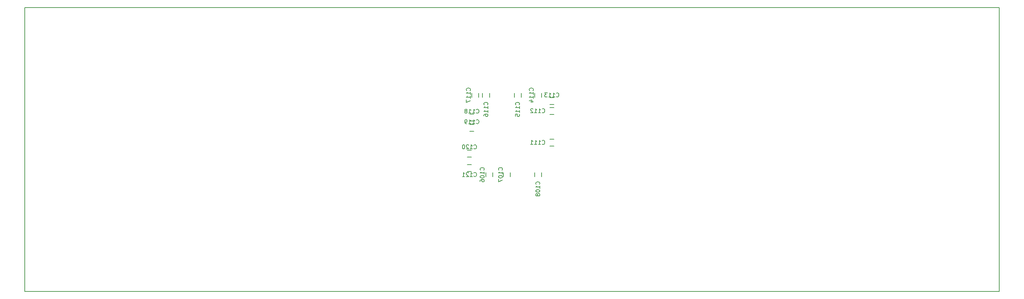
<source format=gbr>
G04 #@! TF.GenerationSoftware,KiCad,Pcbnew,(5.0.0-3-g5ebb6b6)*
G04 #@! TF.CreationDate,2018-09-19T17:15:43+02:00*
G04 #@! TF.ProjectId,infinitas,696E66696E697461732E6B696361645F,rev?*
G04 #@! TF.SameCoordinates,Original*
G04 #@! TF.FileFunction,Legend,Bot*
G04 #@! TF.FilePolarity,Positive*
%FSLAX46Y46*%
G04 Gerber Fmt 4.6, Leading zero omitted, Abs format (unit mm)*
G04 Created by KiCad (PCBNEW (5.0.0-3-g5ebb6b6)) date Wednesday, 19. September 2018 um 17:15:43*
%MOMM*%
%LPD*%
G01*
G04 APERTURE LIST*
%ADD10C,0.150000*%
G04 APERTURE END LIST*
D10*
X30000000Y-100000000D02*
X30000000Y-30000000D01*
X270000000Y-100000000D02*
X30000000Y-100000000D01*
X270000000Y-30000000D02*
X270000000Y-100000000D01*
X30000000Y-30000000D02*
X270000000Y-30000000D01*
G04 #@! TO.C,C106*
X143550000Y-71700000D02*
X143550000Y-70700000D01*
X145250000Y-70700000D02*
X145250000Y-71700000D01*
G04 #@! TO.C,C107*
X147850000Y-71700000D02*
X147850000Y-70700000D01*
X149550000Y-70700000D02*
X149550000Y-71700000D01*
G04 #@! TO.C,C108*
X155550000Y-71700000D02*
X155550000Y-70700000D01*
X157250000Y-70700000D02*
X157250000Y-71700000D01*
G04 #@! TO.C,C111*
X160300000Y-64150000D02*
X159300000Y-64150000D01*
X159300000Y-62450000D02*
X160300000Y-62450000D01*
G04 #@! TO.C,C112*
X160300000Y-56350000D02*
X159300000Y-56350000D01*
X159300000Y-54650000D02*
X160300000Y-54650000D01*
G04 #@! TO.C,C113*
X160300000Y-53950000D02*
X159300000Y-53950000D01*
X159300000Y-52250000D02*
X160300000Y-52250000D01*
G04 #@! TO.C,C114*
X157250000Y-51100000D02*
X157250000Y-52100000D01*
X155550000Y-52100000D02*
X155550000Y-51100000D01*
G04 #@! TO.C,C115*
X152250000Y-51100000D02*
X152250000Y-52100000D01*
X150550000Y-52100000D02*
X150550000Y-51100000D01*
G04 #@! TO.C,C116*
X144450000Y-51100000D02*
X144450000Y-52100000D01*
X142750000Y-52100000D02*
X142750000Y-51100000D01*
G04 #@! TO.C,C117*
X141750000Y-51100000D02*
X141750000Y-52100000D01*
X140050000Y-52100000D02*
X140050000Y-51100000D01*
G04 #@! TO.C,C118*
X139600000Y-56250000D02*
X140600000Y-56250000D01*
X140600000Y-57950000D02*
X139600000Y-57950000D01*
G04 #@! TO.C,C119*
X139600000Y-58850000D02*
X140600000Y-58850000D01*
X140600000Y-60550000D02*
X139600000Y-60550000D01*
G04 #@! TO.C,C120*
X139000000Y-65150000D02*
X140000000Y-65150000D01*
X140000000Y-66850000D02*
X139000000Y-66850000D01*
G04 #@! TO.C,C121*
X139000000Y-68750000D02*
X140000000Y-68750000D01*
X140000000Y-70450000D02*
X139000000Y-70450000D01*
G04 #@! TD*
G04 #@! TO.C,C106*
X143057142Y-70080952D02*
X143104761Y-70033333D01*
X143152380Y-69890476D01*
X143152380Y-69795238D01*
X143104761Y-69652380D01*
X143009523Y-69557142D01*
X142914285Y-69509523D01*
X142723809Y-69461904D01*
X142580952Y-69461904D01*
X142390476Y-69509523D01*
X142295238Y-69557142D01*
X142200000Y-69652380D01*
X142152380Y-69795238D01*
X142152380Y-69890476D01*
X142200000Y-70033333D01*
X142247619Y-70080952D01*
X143152380Y-71033333D02*
X143152380Y-70461904D01*
X143152380Y-70747619D02*
X142152380Y-70747619D01*
X142295238Y-70652380D01*
X142390476Y-70557142D01*
X142438095Y-70461904D01*
X142152380Y-71652380D02*
X142152380Y-71747619D01*
X142200000Y-71842857D01*
X142247619Y-71890476D01*
X142342857Y-71938095D01*
X142533333Y-71985714D01*
X142771428Y-71985714D01*
X142961904Y-71938095D01*
X143057142Y-71890476D01*
X143104761Y-71842857D01*
X143152380Y-71747619D01*
X143152380Y-71652380D01*
X143104761Y-71557142D01*
X143057142Y-71509523D01*
X142961904Y-71461904D01*
X142771428Y-71414285D01*
X142533333Y-71414285D01*
X142342857Y-71461904D01*
X142247619Y-71509523D01*
X142200000Y-71557142D01*
X142152380Y-71652380D01*
X142152380Y-72842857D02*
X142152380Y-72652380D01*
X142200000Y-72557142D01*
X142247619Y-72509523D01*
X142390476Y-72414285D01*
X142580952Y-72366666D01*
X142961904Y-72366666D01*
X143057142Y-72414285D01*
X143104761Y-72461904D01*
X143152380Y-72557142D01*
X143152380Y-72747619D01*
X143104761Y-72842857D01*
X143057142Y-72890476D01*
X142961904Y-72938095D01*
X142723809Y-72938095D01*
X142628571Y-72890476D01*
X142580952Y-72842857D01*
X142533333Y-72747619D01*
X142533333Y-72557142D01*
X142580952Y-72461904D01*
X142628571Y-72414285D01*
X142723809Y-72366666D01*
G04 #@! TO.C,C107*
X147557142Y-70080952D02*
X147604761Y-70033333D01*
X147652380Y-69890476D01*
X147652380Y-69795238D01*
X147604761Y-69652380D01*
X147509523Y-69557142D01*
X147414285Y-69509523D01*
X147223809Y-69461904D01*
X147080952Y-69461904D01*
X146890476Y-69509523D01*
X146795238Y-69557142D01*
X146700000Y-69652380D01*
X146652380Y-69795238D01*
X146652380Y-69890476D01*
X146700000Y-70033333D01*
X146747619Y-70080952D01*
X147652380Y-71033333D02*
X147652380Y-70461904D01*
X147652380Y-70747619D02*
X146652380Y-70747619D01*
X146795238Y-70652380D01*
X146890476Y-70557142D01*
X146938095Y-70461904D01*
X146652380Y-71652380D02*
X146652380Y-71747619D01*
X146700000Y-71842857D01*
X146747619Y-71890476D01*
X146842857Y-71938095D01*
X147033333Y-71985714D01*
X147271428Y-71985714D01*
X147461904Y-71938095D01*
X147557142Y-71890476D01*
X147604761Y-71842857D01*
X147652380Y-71747619D01*
X147652380Y-71652380D01*
X147604761Y-71557142D01*
X147557142Y-71509523D01*
X147461904Y-71461904D01*
X147271428Y-71414285D01*
X147033333Y-71414285D01*
X146842857Y-71461904D01*
X146747619Y-71509523D01*
X146700000Y-71557142D01*
X146652380Y-71652380D01*
X146652380Y-72319047D02*
X146652380Y-72985714D01*
X147652380Y-72557142D01*
G04 #@! TO.C,C108*
X156757142Y-73580952D02*
X156804761Y-73533333D01*
X156852380Y-73390476D01*
X156852380Y-73295238D01*
X156804761Y-73152380D01*
X156709523Y-73057142D01*
X156614285Y-73009523D01*
X156423809Y-72961904D01*
X156280952Y-72961904D01*
X156090476Y-73009523D01*
X155995238Y-73057142D01*
X155900000Y-73152380D01*
X155852380Y-73295238D01*
X155852380Y-73390476D01*
X155900000Y-73533333D01*
X155947619Y-73580952D01*
X156852380Y-74533333D02*
X156852380Y-73961904D01*
X156852380Y-74247619D02*
X155852380Y-74247619D01*
X155995238Y-74152380D01*
X156090476Y-74057142D01*
X156138095Y-73961904D01*
X155852380Y-75152380D02*
X155852380Y-75247619D01*
X155900000Y-75342857D01*
X155947619Y-75390476D01*
X156042857Y-75438095D01*
X156233333Y-75485714D01*
X156471428Y-75485714D01*
X156661904Y-75438095D01*
X156757142Y-75390476D01*
X156804761Y-75342857D01*
X156852380Y-75247619D01*
X156852380Y-75152380D01*
X156804761Y-75057142D01*
X156757142Y-75009523D01*
X156661904Y-74961904D01*
X156471428Y-74914285D01*
X156233333Y-74914285D01*
X156042857Y-74961904D01*
X155947619Y-75009523D01*
X155900000Y-75057142D01*
X155852380Y-75152380D01*
X156280952Y-76057142D02*
X156233333Y-75961904D01*
X156185714Y-75914285D01*
X156090476Y-75866666D01*
X156042857Y-75866666D01*
X155947619Y-75914285D01*
X155900000Y-75961904D01*
X155852380Y-76057142D01*
X155852380Y-76247619D01*
X155900000Y-76342857D01*
X155947619Y-76390476D01*
X156042857Y-76438095D01*
X156090476Y-76438095D01*
X156185714Y-76390476D01*
X156233333Y-76342857D01*
X156280952Y-76247619D01*
X156280952Y-76057142D01*
X156328571Y-75961904D01*
X156376190Y-75914285D01*
X156471428Y-75866666D01*
X156661904Y-75866666D01*
X156757142Y-75914285D01*
X156804761Y-75961904D01*
X156852380Y-76057142D01*
X156852380Y-76247619D01*
X156804761Y-76342857D01*
X156757142Y-76390476D01*
X156661904Y-76438095D01*
X156471428Y-76438095D01*
X156376190Y-76390476D01*
X156328571Y-76342857D01*
X156280952Y-76247619D01*
G04 #@! TO.C,C111*
X157419047Y-63657142D02*
X157466666Y-63704761D01*
X157609523Y-63752380D01*
X157704761Y-63752380D01*
X157847619Y-63704761D01*
X157942857Y-63609523D01*
X157990476Y-63514285D01*
X158038095Y-63323809D01*
X158038095Y-63180952D01*
X157990476Y-62990476D01*
X157942857Y-62895238D01*
X157847619Y-62800000D01*
X157704761Y-62752380D01*
X157609523Y-62752380D01*
X157466666Y-62800000D01*
X157419047Y-62847619D01*
X156466666Y-63752380D02*
X157038095Y-63752380D01*
X156752380Y-63752380D02*
X156752380Y-62752380D01*
X156847619Y-62895238D01*
X156942857Y-62990476D01*
X157038095Y-63038095D01*
X155514285Y-63752380D02*
X156085714Y-63752380D01*
X155800000Y-63752380D02*
X155800000Y-62752380D01*
X155895238Y-62895238D01*
X155990476Y-62990476D01*
X156085714Y-63038095D01*
X154561904Y-63752380D02*
X155133333Y-63752380D01*
X154847619Y-63752380D02*
X154847619Y-62752380D01*
X154942857Y-62895238D01*
X155038095Y-62990476D01*
X155133333Y-63038095D01*
G04 #@! TO.C,C112*
X157419047Y-55857142D02*
X157466666Y-55904761D01*
X157609523Y-55952380D01*
X157704761Y-55952380D01*
X157847619Y-55904761D01*
X157942857Y-55809523D01*
X157990476Y-55714285D01*
X158038095Y-55523809D01*
X158038095Y-55380952D01*
X157990476Y-55190476D01*
X157942857Y-55095238D01*
X157847619Y-55000000D01*
X157704761Y-54952380D01*
X157609523Y-54952380D01*
X157466666Y-55000000D01*
X157419047Y-55047619D01*
X156466666Y-55952380D02*
X157038095Y-55952380D01*
X156752380Y-55952380D02*
X156752380Y-54952380D01*
X156847619Y-55095238D01*
X156942857Y-55190476D01*
X157038095Y-55238095D01*
X155514285Y-55952380D02*
X156085714Y-55952380D01*
X155800000Y-55952380D02*
X155800000Y-54952380D01*
X155895238Y-55095238D01*
X155990476Y-55190476D01*
X156085714Y-55238095D01*
X155133333Y-55047619D02*
X155085714Y-55000000D01*
X154990476Y-54952380D01*
X154752380Y-54952380D01*
X154657142Y-55000000D01*
X154609523Y-55047619D01*
X154561904Y-55142857D01*
X154561904Y-55238095D01*
X154609523Y-55380952D01*
X155180952Y-55952380D01*
X154561904Y-55952380D01*
G04 #@! TO.C,C113*
X160919047Y-51957142D02*
X160966666Y-52004761D01*
X161109523Y-52052380D01*
X161204761Y-52052380D01*
X161347619Y-52004761D01*
X161442857Y-51909523D01*
X161490476Y-51814285D01*
X161538095Y-51623809D01*
X161538095Y-51480952D01*
X161490476Y-51290476D01*
X161442857Y-51195238D01*
X161347619Y-51100000D01*
X161204761Y-51052380D01*
X161109523Y-51052380D01*
X160966666Y-51100000D01*
X160919047Y-51147619D01*
X159966666Y-52052380D02*
X160538095Y-52052380D01*
X160252380Y-52052380D02*
X160252380Y-51052380D01*
X160347619Y-51195238D01*
X160442857Y-51290476D01*
X160538095Y-51338095D01*
X159014285Y-52052380D02*
X159585714Y-52052380D01*
X159300000Y-52052380D02*
X159300000Y-51052380D01*
X159395238Y-51195238D01*
X159490476Y-51290476D01*
X159585714Y-51338095D01*
X158680952Y-51052380D02*
X158061904Y-51052380D01*
X158395238Y-51433333D01*
X158252380Y-51433333D01*
X158157142Y-51480952D01*
X158109523Y-51528571D01*
X158061904Y-51623809D01*
X158061904Y-51861904D01*
X158109523Y-51957142D01*
X158157142Y-52004761D01*
X158252380Y-52052380D01*
X158538095Y-52052380D01*
X158633333Y-52004761D01*
X158680952Y-51957142D01*
G04 #@! TO.C,C114*
X155157142Y-50480952D02*
X155204761Y-50433333D01*
X155252380Y-50290476D01*
X155252380Y-50195238D01*
X155204761Y-50052380D01*
X155109523Y-49957142D01*
X155014285Y-49909523D01*
X154823809Y-49861904D01*
X154680952Y-49861904D01*
X154490476Y-49909523D01*
X154395238Y-49957142D01*
X154300000Y-50052380D01*
X154252380Y-50195238D01*
X154252380Y-50290476D01*
X154300000Y-50433333D01*
X154347619Y-50480952D01*
X155252380Y-51433333D02*
X155252380Y-50861904D01*
X155252380Y-51147619D02*
X154252380Y-51147619D01*
X154395238Y-51052380D01*
X154490476Y-50957142D01*
X154538095Y-50861904D01*
X155252380Y-52385714D02*
X155252380Y-51814285D01*
X155252380Y-52100000D02*
X154252380Y-52100000D01*
X154395238Y-52004761D01*
X154490476Y-51909523D01*
X154538095Y-51814285D01*
X154585714Y-53242857D02*
X155252380Y-53242857D01*
X154204761Y-53004761D02*
X154919047Y-52766666D01*
X154919047Y-53385714D01*
G04 #@! TO.C,C115*
X151757142Y-53980952D02*
X151804761Y-53933333D01*
X151852380Y-53790476D01*
X151852380Y-53695238D01*
X151804761Y-53552380D01*
X151709523Y-53457142D01*
X151614285Y-53409523D01*
X151423809Y-53361904D01*
X151280952Y-53361904D01*
X151090476Y-53409523D01*
X150995238Y-53457142D01*
X150900000Y-53552380D01*
X150852380Y-53695238D01*
X150852380Y-53790476D01*
X150900000Y-53933333D01*
X150947619Y-53980952D01*
X151852380Y-54933333D02*
X151852380Y-54361904D01*
X151852380Y-54647619D02*
X150852380Y-54647619D01*
X150995238Y-54552380D01*
X151090476Y-54457142D01*
X151138095Y-54361904D01*
X151852380Y-55885714D02*
X151852380Y-55314285D01*
X151852380Y-55600000D02*
X150852380Y-55600000D01*
X150995238Y-55504761D01*
X151090476Y-55409523D01*
X151138095Y-55314285D01*
X150852380Y-56790476D02*
X150852380Y-56314285D01*
X151328571Y-56266666D01*
X151280952Y-56314285D01*
X151233333Y-56409523D01*
X151233333Y-56647619D01*
X151280952Y-56742857D01*
X151328571Y-56790476D01*
X151423809Y-56838095D01*
X151661904Y-56838095D01*
X151757142Y-56790476D01*
X151804761Y-56742857D01*
X151852380Y-56647619D01*
X151852380Y-56409523D01*
X151804761Y-56314285D01*
X151757142Y-56266666D01*
G04 #@! TO.C,C116*
X143957142Y-53980952D02*
X144004761Y-53933333D01*
X144052380Y-53790476D01*
X144052380Y-53695238D01*
X144004761Y-53552380D01*
X143909523Y-53457142D01*
X143814285Y-53409523D01*
X143623809Y-53361904D01*
X143480952Y-53361904D01*
X143290476Y-53409523D01*
X143195238Y-53457142D01*
X143100000Y-53552380D01*
X143052380Y-53695238D01*
X143052380Y-53790476D01*
X143100000Y-53933333D01*
X143147619Y-53980952D01*
X144052380Y-54933333D02*
X144052380Y-54361904D01*
X144052380Y-54647619D02*
X143052380Y-54647619D01*
X143195238Y-54552380D01*
X143290476Y-54457142D01*
X143338095Y-54361904D01*
X144052380Y-55885714D02*
X144052380Y-55314285D01*
X144052380Y-55600000D02*
X143052380Y-55600000D01*
X143195238Y-55504761D01*
X143290476Y-55409523D01*
X143338095Y-55314285D01*
X143052380Y-56742857D02*
X143052380Y-56552380D01*
X143100000Y-56457142D01*
X143147619Y-56409523D01*
X143290476Y-56314285D01*
X143480952Y-56266666D01*
X143861904Y-56266666D01*
X143957142Y-56314285D01*
X144004761Y-56361904D01*
X144052380Y-56457142D01*
X144052380Y-56647619D01*
X144004761Y-56742857D01*
X143957142Y-56790476D01*
X143861904Y-56838095D01*
X143623809Y-56838095D01*
X143528571Y-56790476D01*
X143480952Y-56742857D01*
X143433333Y-56647619D01*
X143433333Y-56457142D01*
X143480952Y-56361904D01*
X143528571Y-56314285D01*
X143623809Y-56266666D01*
G04 #@! TO.C,C117*
X139657142Y-50480952D02*
X139704761Y-50433333D01*
X139752380Y-50290476D01*
X139752380Y-50195238D01*
X139704761Y-50052380D01*
X139609523Y-49957142D01*
X139514285Y-49909523D01*
X139323809Y-49861904D01*
X139180952Y-49861904D01*
X138990476Y-49909523D01*
X138895238Y-49957142D01*
X138800000Y-50052380D01*
X138752380Y-50195238D01*
X138752380Y-50290476D01*
X138800000Y-50433333D01*
X138847619Y-50480952D01*
X139752380Y-51433333D02*
X139752380Y-50861904D01*
X139752380Y-51147619D02*
X138752380Y-51147619D01*
X138895238Y-51052380D01*
X138990476Y-50957142D01*
X139038095Y-50861904D01*
X139752380Y-52385714D02*
X139752380Y-51814285D01*
X139752380Y-52100000D02*
X138752380Y-52100000D01*
X138895238Y-52004761D01*
X138990476Y-51909523D01*
X139038095Y-51814285D01*
X138752380Y-52719047D02*
X138752380Y-53385714D01*
X139752380Y-52957142D01*
G04 #@! TO.C,C118*
X141219047Y-55957142D02*
X141266666Y-56004761D01*
X141409523Y-56052380D01*
X141504761Y-56052380D01*
X141647619Y-56004761D01*
X141742857Y-55909523D01*
X141790476Y-55814285D01*
X141838095Y-55623809D01*
X141838095Y-55480952D01*
X141790476Y-55290476D01*
X141742857Y-55195238D01*
X141647619Y-55100000D01*
X141504761Y-55052380D01*
X141409523Y-55052380D01*
X141266666Y-55100000D01*
X141219047Y-55147619D01*
X140266666Y-56052380D02*
X140838095Y-56052380D01*
X140552380Y-56052380D02*
X140552380Y-55052380D01*
X140647619Y-55195238D01*
X140742857Y-55290476D01*
X140838095Y-55338095D01*
X139314285Y-56052380D02*
X139885714Y-56052380D01*
X139600000Y-56052380D02*
X139600000Y-55052380D01*
X139695238Y-55195238D01*
X139790476Y-55290476D01*
X139885714Y-55338095D01*
X138742857Y-55480952D02*
X138838095Y-55433333D01*
X138885714Y-55385714D01*
X138933333Y-55290476D01*
X138933333Y-55242857D01*
X138885714Y-55147619D01*
X138838095Y-55100000D01*
X138742857Y-55052380D01*
X138552380Y-55052380D01*
X138457142Y-55100000D01*
X138409523Y-55147619D01*
X138361904Y-55242857D01*
X138361904Y-55290476D01*
X138409523Y-55385714D01*
X138457142Y-55433333D01*
X138552380Y-55480952D01*
X138742857Y-55480952D01*
X138838095Y-55528571D01*
X138885714Y-55576190D01*
X138933333Y-55671428D01*
X138933333Y-55861904D01*
X138885714Y-55957142D01*
X138838095Y-56004761D01*
X138742857Y-56052380D01*
X138552380Y-56052380D01*
X138457142Y-56004761D01*
X138409523Y-55957142D01*
X138361904Y-55861904D01*
X138361904Y-55671428D01*
X138409523Y-55576190D01*
X138457142Y-55528571D01*
X138552380Y-55480952D01*
G04 #@! TO.C,C119*
X141219047Y-58557142D02*
X141266666Y-58604761D01*
X141409523Y-58652380D01*
X141504761Y-58652380D01*
X141647619Y-58604761D01*
X141742857Y-58509523D01*
X141790476Y-58414285D01*
X141838095Y-58223809D01*
X141838095Y-58080952D01*
X141790476Y-57890476D01*
X141742857Y-57795238D01*
X141647619Y-57700000D01*
X141504761Y-57652380D01*
X141409523Y-57652380D01*
X141266666Y-57700000D01*
X141219047Y-57747619D01*
X140266666Y-58652380D02*
X140838095Y-58652380D01*
X140552380Y-58652380D02*
X140552380Y-57652380D01*
X140647619Y-57795238D01*
X140742857Y-57890476D01*
X140838095Y-57938095D01*
X139314285Y-58652380D02*
X139885714Y-58652380D01*
X139600000Y-58652380D02*
X139600000Y-57652380D01*
X139695238Y-57795238D01*
X139790476Y-57890476D01*
X139885714Y-57938095D01*
X138838095Y-58652380D02*
X138647619Y-58652380D01*
X138552380Y-58604761D01*
X138504761Y-58557142D01*
X138409523Y-58414285D01*
X138361904Y-58223809D01*
X138361904Y-57842857D01*
X138409523Y-57747619D01*
X138457142Y-57700000D01*
X138552380Y-57652380D01*
X138742857Y-57652380D01*
X138838095Y-57700000D01*
X138885714Y-57747619D01*
X138933333Y-57842857D01*
X138933333Y-58080952D01*
X138885714Y-58176190D01*
X138838095Y-58223809D01*
X138742857Y-58271428D01*
X138552380Y-58271428D01*
X138457142Y-58223809D01*
X138409523Y-58176190D01*
X138361904Y-58080952D01*
G04 #@! TO.C,C120*
X140619047Y-64757142D02*
X140666666Y-64804761D01*
X140809523Y-64852380D01*
X140904761Y-64852380D01*
X141047619Y-64804761D01*
X141142857Y-64709523D01*
X141190476Y-64614285D01*
X141238095Y-64423809D01*
X141238095Y-64280952D01*
X141190476Y-64090476D01*
X141142857Y-63995238D01*
X141047619Y-63900000D01*
X140904761Y-63852380D01*
X140809523Y-63852380D01*
X140666666Y-63900000D01*
X140619047Y-63947619D01*
X139666666Y-64852380D02*
X140238095Y-64852380D01*
X139952380Y-64852380D02*
X139952380Y-63852380D01*
X140047619Y-63995238D01*
X140142857Y-64090476D01*
X140238095Y-64138095D01*
X139285714Y-63947619D02*
X139238095Y-63900000D01*
X139142857Y-63852380D01*
X138904761Y-63852380D01*
X138809523Y-63900000D01*
X138761904Y-63947619D01*
X138714285Y-64042857D01*
X138714285Y-64138095D01*
X138761904Y-64280952D01*
X139333333Y-64852380D01*
X138714285Y-64852380D01*
X138095238Y-63852380D02*
X138000000Y-63852380D01*
X137904761Y-63900000D01*
X137857142Y-63947619D01*
X137809523Y-64042857D01*
X137761904Y-64233333D01*
X137761904Y-64471428D01*
X137809523Y-64661904D01*
X137857142Y-64757142D01*
X137904761Y-64804761D01*
X138000000Y-64852380D01*
X138095238Y-64852380D01*
X138190476Y-64804761D01*
X138238095Y-64757142D01*
X138285714Y-64661904D01*
X138333333Y-64471428D01*
X138333333Y-64233333D01*
X138285714Y-64042857D01*
X138238095Y-63947619D01*
X138190476Y-63900000D01*
X138095238Y-63852380D01*
G04 #@! TO.C,C121*
X140619047Y-71557142D02*
X140666666Y-71604761D01*
X140809523Y-71652380D01*
X140904761Y-71652380D01*
X141047619Y-71604761D01*
X141142857Y-71509523D01*
X141190476Y-71414285D01*
X141238095Y-71223809D01*
X141238095Y-71080952D01*
X141190476Y-70890476D01*
X141142857Y-70795238D01*
X141047619Y-70700000D01*
X140904761Y-70652380D01*
X140809523Y-70652380D01*
X140666666Y-70700000D01*
X140619047Y-70747619D01*
X139666666Y-71652380D02*
X140238095Y-71652380D01*
X139952380Y-71652380D02*
X139952380Y-70652380D01*
X140047619Y-70795238D01*
X140142857Y-70890476D01*
X140238095Y-70938095D01*
X139285714Y-70747619D02*
X139238095Y-70700000D01*
X139142857Y-70652380D01*
X138904761Y-70652380D01*
X138809523Y-70700000D01*
X138761904Y-70747619D01*
X138714285Y-70842857D01*
X138714285Y-70938095D01*
X138761904Y-71080952D01*
X139333333Y-71652380D01*
X138714285Y-71652380D01*
X137761904Y-71652380D02*
X138333333Y-71652380D01*
X138047619Y-71652380D02*
X138047619Y-70652380D01*
X138142857Y-70795238D01*
X138238095Y-70890476D01*
X138333333Y-70938095D01*
G04 #@! TD*
M02*

</source>
